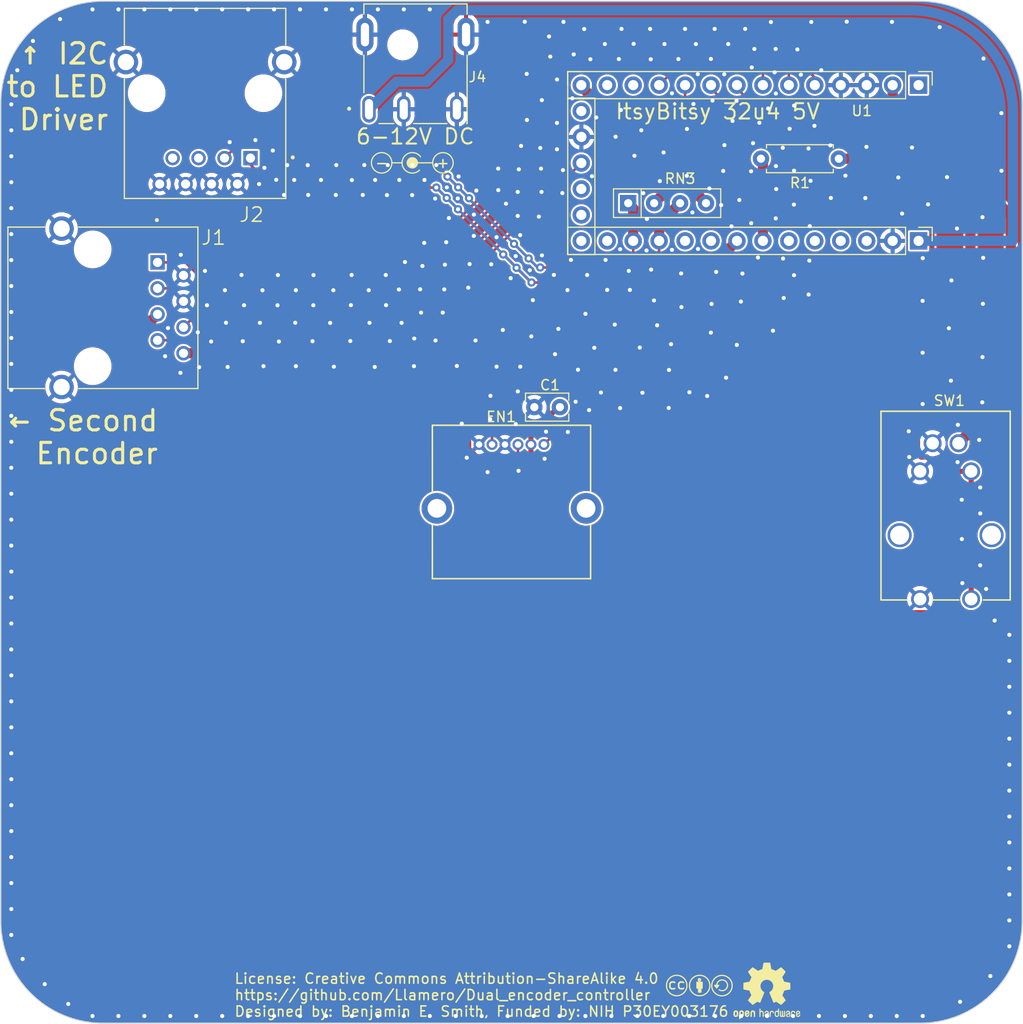
<source format=kicad_pcb>
(kicad_pcb (version 20221018) (generator pcbnew)
  (layers (0 "F.Cu" signal) (31 "B.Cu" signal) (34 "B.Paste" user) (35 "F.Paste" user) (36 "B.SilkS" user "B.Silkscreen") (37 "F.SilkS" user "F.Silkscreen") (38 "B.Mask" user) (39 "F.Mask" user) (44 "Edge.Cuts" user))
  (net 0 "")
  (net 1 "/B1")
  (net 2 "+5V")
  (net 3 "/EN_SW1")
  (net 4 "GND")
  (net 5 "/A1")
  (net 6 "Net-(R1-Pad1)")
  (net 7 "/LED1+")
  (net 8 "/SDA")
  (net 9 "/SCL")
  (net 10 "+3.3V")
  (net 11 "/SW1")
  (net 13 "/B2")
  (net 14 "/A2")
  (net 15 "/EN_SW2")
  (net 16 "/SW2")
  (net 25 "/LED2+")
  (net 32 "+9V")
  (footprint "Custom footprints:TENSILITY_54-00128-DC Jack" (layer "F.Cu") (at 155.6025 53.27 180)
    (fp_text reference "J4")
    (fp_text value "2.5x5.5 Barrel Jack")
  )
  (footprint "Custom Footprints:Creative_commons_license" (layer "F.Cu") (at 182.175 145.185)
    (fp_text reference "LOGO1" hide)
    (fp_text value "CC license")
  )
  (footprint "Custom footprints:EM14R0B-M25-L064S" (layer "F.Cu") (at 168.175 93.3739 180)
    (fp_text reference "EN1")
    (fp_text value "EM14 Encoder" hide)
  )
  (footprint "Custom footprints:B3J-3300" (layer "F.Cu") (at 205.000001 108.5)
    (fp_text reference "SW1")
    (fp_text value "B3J-3300" hide)
  )
  (footprint "Custom Footprints:Polarity_Center_Positive" (layer "F.Cu") (at 155.29 59.813951)
    (fp_text reference "LOGO2" hide)
    (fp_text value "Jack Polarity" hide)
  )
  (footprint "Resistor_THT:R_Array_SIP4" (layer "F.Cu") (at 176.425 69.76)
    (fp_text reference "RN3")
    (fp_text value "470")
  )
  (footprint "Custom footprints:Itsy Bitsy 32u4" (layer "F.Cu") (at 208.155 60.01 -90)
    (fp_text reference "U1")
    (fp_text value "Itsy_Bitsy_32u4")
  )
  (footprint "Custom footprints:ASSMANN_A-2004-2-4-LPS-N-R" (layer "F.Cu") (at 135 59 180)
    (fp_text reference "J2")
    (fp_text value "8P8C_Shielded" hide)
  )
  (footprint "Resistor_THT:R_Axial_DIN0207_L6.3mm_D2.5mm_P7.62mm_Horizontal" (layer "F.Cu") (at 197.045 65.41 180)
    (fp_text reference "R1")
    (fp_text value "150")
  )
  (footprint "Symbol:OSHW-Logo2_7.3x6mm_SilkScreen" (layer "F.Cu") (at 190 146.84)
    (fp_text reference "LOGO3" hide)
    (fp_text value "OSHW Logo" hide)
  )
  (footprint "Custom footprints:ASSMANN_A-2004-2-4-LPS-N-R" (layer "F.Cu") (at 124 80 -90)
    (fp_text reference "J1")
    (fp_text value "8P8C_Shielded" hide)
  )
  (footprint "Capacitor_THT:C_Rect_L4.0mm_W2.5mm_P2.50mm" (layer "F.Cu") (at 167.24 89.72)
    (fp_text reference "C1")
    (fp_text value "C_Small")
  )
  (gr_arc (start 115 60) (mid 117.928932 52.928932) (end 125 50) (stroke (width 0.1)) (layer "Edge.Cuts"))
  (gr_line (start 115 140) (end 115 60) (stroke (width 0.1)) (layer "Edge.Cuts"))
  (gr_line (start 125 50) (end 205 50) (stroke (width 0.1)) (layer "Edge.Cuts"))
  (gr_line (start 205 150) (end 125 150) (stroke (width 0.1)) (layer "Edge.Cuts"))
  (gr_arc (start 125 150) (mid 117.928932 147.071068) (end 115 140) (stroke (width 0.1)) (layer "Edge.Cuts"))
  (gr_line (start 215 60) (end 215 140) (stroke (width 0.1)) (layer "Edge.Cuts"))
  (gr_arc (start 215 140) (mid 212.071068 147.071068) (end 205 150) (stroke (width 0.1)) (layer "Edge.Cuts"))
  (gr_arc (start 205 50) (mid 212.071068 52.928932) (end 215 60) (stroke (width 0.1)) (layer "Edge.Cuts"))
  (gr_text "ItsyBitsy 32u4 5V" (at 175.06 61.67) (layer "F.SilkS") (effects (font (size 1.5 1.5) (thickness 0.2)) (justify left bottom)))
  (gr_text "6-12V DC" (at 149.66 64.12) (layer "F.SilkS") (effects (font (size 1.5 1.5) (thickness 0.2)) (justify left bottom)))
  (gr_text "← Second\nEncoder" (at 130.56 95.43) (layer "F.SilkS") (effects (font (size 2 2) (thickness 0.3)) (justify right bottom)))
  (gr_text "↑ I2C\nto LED\nDriver" (at 125.69 62.75) (layer "F.SilkS") (effects (font (size 2 2) (thickness 0.3)) (justify right bottom)))
  (gr_text "License: Creative Commons Attribution-ShareAlike 4.0\nhttps://github.com/Llamero/Dual_encoder_controller\nDesigned by: Benjamin E. Smith, Funded by: NIH P30EY003176" (at 137.805 147.245) (layer "F.SilkS") (effects (font (size 1 1)) (justify left)))
  (segment (start 187.075 58.535) (end 187.075 58.21) (width 0.25) (layer "F.Cu") (net 1))
  (segment (start 193.405 78.355) (end 193.405 64.865) (width 0.25) (layer "F.Cu") (net 1))
  (segment (start 168.175 93.3739) (end 172.5089 89.04) (width 0.25) (layer "F.Cu") (net 1))
  (segment (start 172.5089 89.04) (end 182.72 89.04) (width 0.25) (layer "F.Cu") (net 1))
  (segment (start 182.72 89.04) (end 193.405 78.355) (width 0.25) (layer "F.Cu") (net 1))
  (segment (start 193.405 64.865) (end 187.075 58.535) (width 0.25) (layer "F.Cu") (net 1))
  (segment (start 187.075 58.21) (end 187.075 58.635) (width 0.25) (layer "F.Cu") (net 1))
  (segment (start 141.78 97.21) (end 166.905 97.21) (width 1) (layer "F.Cu") (net 2))
  (segment (start 213.8811 107.1189) (end 213.8811 70.978181) (width 1) (layer "F.Cu") (net 2))
  (segment (start 202.315 59.412081) (end 202.315 58.21) (width 1) (layer "F.Cu") (net 2))
  (segment (start 166.905 99.905) (end 177.0763 110.0763) (width 1) (layer "F.Cu") (net 2))
  (segment (start 166.905 92.392918) (end 169.577918 89.72) (width 0.5) (layer "F.Cu") (net 2))
  (segment (start 213.8811 70.978181) (end 202.315 59.412081) (width 1) (layer "F.Cu") (net 2))
  (segment (start 128.6 82.385) (end 128.585 82.385) (width 1) (layer "F.Cu") (net 2))
  (segment (start 130.35 80.635) (end 128.6 82.385) (width 1) (layer "F.Cu") (net 2))
  (segment (start 166.905 93.3739) (end 166.905 94.695) (width 0.5) (layer "F.Cu") (net 2))
  (segment (start 128.14 82.83) (end 128.14 83.57) (width 1) (layer "F.Cu") (net 2))
  (segment (start 166.905 94.695) (end 166.905 97.21) (width 1) (layer "F.Cu") (net 2))
  (segment (start 210.9237 110.0763) (end 213.8811 107.1189) (width 1) (layer "F.Cu") (net 2))
  (segment (start 166.905 97.21) (end 166.905 99.905) (width 1) (layer "F.Cu") (net 2))
  (segment (start 128.585 82.385) (end 128.14 82.83) (width 1) (layer "F.Cu") (net 2))
  (segment (start 177.0763 110.0763) (end 210.9237 110.0763) (width 1) (layer "F.Cu") (net 2))
  (segment (start 166.905 93.3739) (end 166.905 92.392918) (width 0.5) (layer "F.Cu") (net 2))
  (segment (start 169.577918 89.72) (end 169.74 89.72) (width 0.5) (layer "F.Cu") (net 2))
  (segment (start 128.14 83.57) (end 141.78 97.21) (width 1) (layer "F.Cu") (net 2))
  (segment (start 186.49 70.88) (end 186.49 65.77) (width 0.25) (layer "F.Cu") (net 3))
  (segment (start 188.33 74.28) (end 188.33 72.72) (width 0.25) (layer "F.Cu") (net 3))
  (segment (start 160.9285 93.745243) (end 160.9285 91.8315) (width 0.25) (layer "F.Cu") (net 3))
  (segment (start 180.16 82.45) (end 188.33 74.28) (width 0.25) (layer "F.Cu") (net 3))
  (segment (start 181.995 61.275) (end 181.995 58.21) (width 0.25) (layer "F.Cu") (net 3))
  (segment (start 165.635 93.3739) (end 165.635 94.605) (width 0.25) (layer "F.Cu") (net 3))
  (segment (start 165.635 94.605) (end 165.12 95.12) (width 0.25) (layer "F.Cu") (net 3))
  (segment (start 160.9285 91.8315) (end 170.31 82.45) (width 0.25) (layer "F.Cu") (net 3))
  (segment (start 165.12 95.12) (end 162.303257 95.12) (width 0.25) (layer "F.Cu") (net 3))
  (segment (start 188.33 72.72) (end 186.49 70.88) (width 0.25) (layer "F.Cu") (net 3))
  (segment (start 170.31 82.45) (end 180.16 82.45) (width 0.25) (layer "F.Cu") (net 3))
  (segment (start 162.303257 95.12) (end 160.9285 93.745243) (width 0.25) (layer "F.Cu") (net 3))
  (segment (start 186.49 65.77) (end 181.995 61.275) (width 0.25) (layer "F.Cu") (net 3))
  (via (at 145.52 83.27) (size 0.8) (drill 0.4) (layers "F.Cu" "B.Cu") (net 4))
  (via (at 116.03 100.73) (size 0.8) (drill 0.4) (layers "F.Cu" "B.Cu") (net 4))
  (via (at 143.73 67.49) (size 0.8) (drill 0.4) (layers "F.Cu" "B.Cu") (net 4))
  (via (at 211.11 84.82) (size 0.8) (drill 0.4) (layers "F.Cu" "B.Cu") (net 4))
  (via (at 134.14 149.3) (size 0.8) (drill 0.4) (layers "F.Cu" "B.Cu") (net 4))
  (via (at 194.66 62.19) (size 0.8) (drill 0.4) (layers "F.Cu" "B.Cu") (net 4))
  (via (at 116.03 93.11) (size 0.8) (drill 0.4) (layers "F.Cu" "B.Cu") (net 4))
  (via (at 177.9 68.78) (size 0.8) (drill 0.4) (layers "F.Cu" "B.Cu") (net 4))
  (via (at 170.82 75.31) (size 0.8) (drill 0.4) (layers "F.Cu" "B.Cu") (net 4))
  (via (at 197.64 149.3) (size 0.8) (drill 0.4) (layers "F.Cu" "B.Cu") (net 4))
  (via (at 117.14 143.72) (size 0.8) (drill 0.4) (layers "F.Cu" "B.Cu") (net 4))
  (via (at 174.78 149.3) (size 0.8) (drill 0.4) (layers "F.Cu" "B.Cu") (net 4))
  (via (at 151.92 149.3) (size 0.8) (drill 0.4) (layers "F.Cu" "B.Cu") (net 4))
  (via (at 190.76 56.96) (size 0.8) (drill 0.4) (layers "F.Cu" "B.Cu") (net 4))
  (via (at 116.03 103.27) (size 0.8) (drill 0.4) (layers "F.Cu" "B.Cu") (net 4))
  (via (at 116.03 136.29) (size 0.8) (drill 0.4) (layers "F.Cu" "B.Cu") (net 4))
  (via (at 116.03 70.25) (size 0.8) (drill 0.4) (layers "F.Cu" "B.Cu") (net 4))
  (via (at 210.89 105.2) (size 0.8) (drill 0.4) (layers "F.Cu" "B.Cu") (net 4))
  (via (at 164.15 82.17) (size 0.8) (drill 0.4) (layers "F.Cu" "B.Cu") (net 4))
  (via (at 208.7 91.45) (size 0.8) (drill 0.4) (layers "F.Cu" "B.Cu") (net 4))
  (via (at 163.02 75.74) (size 0.8) (drill 0.4) (layers "F.Cu" "B.Cu") (net 4))
  (via (at 178.63 55.68) (size 0.8) (drill 0.4) (layers "F.Cu" "B.Cu") (net 4))
  (via (at 167.97 59.68) (size 0.8) (drill 0.4) (layers "F.Cu" "B.Cu") (net 4))
  (via (at 116.03 133.75) (size 0.8) (drill 0.4) (layers "F.Cu" "B.Cu") (net 4))
  (via (at 167.98 74.87) (size 0.8) (drill 0.4) (layers "F.Cu" "B.Cu") (net 4))
  (via (at 192.66 76.81) (size 0.8) (drill 0.4) (layers "F.Cu" "B.Cu") (net 4))
  (via (at 152.88 66.03) (size 0.8) (drill 0.4) (layers "F.Cu" "B.Cu") (net 4))
  (via (at 147.8 68.96) (size 0.8) (drill 0.4) (layers "F.Cu" "B.Cu") (net 4))
  (via (at 169.45 61.91) (size 0.8) (drill 0.4) (layers "F.Cu" "B.Cu") (net 4))
  (via (at 175.77 52.71) (size 0.8) (drill 0.4) (layers "F.Cu" "B.Cu") (net 4))
  (via (at 154.02 67.49) (size 0.8) (drill 0.4) (layers "F.Cu" "B.Cu") (net 4))
  (via (at 163.54 73.09) (size 0.8) (drill 0.4) (layers "F.Cu" "B.Cu") (net 4))
  (via (at 131.09 84.74) (size 0.8) (drill 0.4) (layers "F.Cu" "B.Cu") (net 4))
  (via (at 157.56 83.2) (size 0.8) (drill 0.4) (layers "F.Cu" "B.Cu") (net 4))
  (via (at 156.15 80.47) (size 0.8) (drill 0.4) (layers "F.Cu" "B.Cu") (net 4))
  (via (at 144.3 50.8) (size 0.8) (drill 0.4) (layers "F.Cu" "B.Cu") (net 4))
  (via (at 141.97 67.47) (size 0.8) (drill 0.4) (layers "F.Cu" "B.Cu") (net 4))
  (via (at 178.22 74.39) (size 0.8) (drill 0.4) (layers "F.Cu" "B.Cu") (net 4))
  (via (at 149.35 76.79) (size 0.8) (drill 0.4) (layers "F.Cu" "B.Cu") (net 4))
  (via (at 157.53 69.31) (size 0.8) (drill 0.4) (layers "F.Cu" "B.Cu") (net 4))
  (via (at 199.75 64.25) (size 0.8) (drill 0.4) (layers "F.Cu" "B.Cu") (net 4))
  (via (at 134.42 85.81) (size 0.8) (drill 0.4) (layers "F.Cu" "B.Cu") (net 4))
  (via (at 213.74 117.08) (size 0.8) (drill 0.4) (layers "F.Cu" "B.Cu") (net 4))
  (via (at 180.71 74.33) (size 0.8) (drill 0.4) (layers "F.Cu" "B.Cu") (net 4))
  (via (at 131.6 50.8) (size 0.8) (drill 0.4) (layers "F.Cu" "B.Cu") (net 4))
  (via (at 202.25 52.02) (size 0.8) (drill 0.4) (layers "F.Cu" "B.Cu") (net 4))
  (via (at 146.35 67.49) (size 0.8) (drill 0.4) (layers "F.Cu" "B.Cu") (net 4))
  (via (at 211.15 79.61) (size 0.8) (drill 0.4) (layers "F.Cu" "B.Cu") (net 4))
  (via (at 166.94 82.8) (size 0.8) (drill 0.4) (layers "F.Cu" "B.Cu") (net 4))
  (via (at 211.88 145.39) (size 0.8) (drill 0.4) (layers "F.Cu" "B.Cu") (net 4))
  (via (at 184.89 52.71) (size 0.8) (drill 0.4) (layers "F.Cu" "B.Cu") (net 4))
  (via (at 158.42 78.2) (size 0.8) (drill 0.4) (layers "F.Cu" "B.Cu") (net 4))
  (via (at 126.52 149.3) (size 0.8) (drill 0.4) (layers "F.Cu" "B.Cu") (net 4))
  (via (at 175.51 55.66) (size 0.8) (drill 0.4) (layers "F.Cu" "B.Cu") (net 4))
  (via (at 169.7 149.3) (size 0.8) (drill 0.4) (layers "F.Cu" "B.Cu") (net 4))
  (via (at 116.03 115.97) (size 0.8) (drill 0.4) (layers "F.Cu" "B.Cu") (net 4))
  (via (at 140.29 67.89) (size 0.8) (drill 0.4) (layers "F.Cu" "B.Cu") (net 4))
  (via (at 139.22 50.8) (size 0.8) (drill 0.4) (layers "F.Cu" "B.Cu") (net 4))
  (via (at 211.47 107.51) (size 0.8) (drill 0.4) (layers "F.Cu" "B.Cu") (net 4))
  (via (at 208.92 147.91) (size 0.8) (drill 0.4) (layers "F.Cu" "B.Cu") (net 4))
  (via (at 213.74 139.94) (size 0.8) (drill 0.4) (layers "F.Cu" "B.Cu") (net 4))
  (via (at 161.56 68.53) (size 0.8) (drill 0.4) (layers "F.Cu" "B.Cu") (net 4))
  (via (at 177.82 88.31) (size 0.8) (drill 0.4) (layers "F.Cu" "B.Cu") (net 4))
  (via (at 138.69 83.27) (size 0.8) (drill 0.4) (layers "F.Cu" "B.Cu") (net 4))
  (via (at 184.52 82.43) (size 0.8) (drill 0.4) (layers "F.Cu" "B.Cu") (net 4))
  (via (at 116.03 105.81) (size 0.8) (drill 0.4) (layers "F.Cu" "B.Cu") (net 4))
  (via (at 159.74 69.3) (size 0.8) (drill 0.4) (layers "F.Cu" "B.Cu") (net 4))
  (via (at 123.98 149.3) (size 0.8) (drill 0.4) (layers "F.Cu" "B.Cu") (net 4))
  (via (at 175.64 74.27) (size 0.8) (drill 0.4) (layers "F.Cu" "B.Cu") (net 4))
  (via (at 116.03 65.17) (size 0.8) (drill 0.4) (layers "F.Cu" "B.Cu") (net 4))
  (via (at 145.05 66.04) (size 0.8) (drill 0.4) (layers "F.Cu" "B.Cu") (net 4))
  (via (at 165.85 72.89) (size 0.8) (drill 0.4) (layers "F.Cu" "B.Cu") (net 4))
  (via (at 186.54 72.03) (size 0.8) (drill 0.4) (layers "F.Cu" "B.Cu") (net 4))
  (via (at 154.24 81.47) (size 0.8) (drill 0.4) (layers "F.Cu" "B.Cu") (net 4))
  (via (at 202.72 149.3) (size 0.8) (drill 0.4) (layers "F.Cu" "B.Cu") (net 4))
  (via (at 193.33 57.19) (size 0.8) (drill 0.4) (layers "F.Cu" "B.Cu") (net 4))
  (via (at 181.34 55.66) (size 0.8) (drill 0.4) (layers "F.Cu" "B.Cu") (net 4))
  (via (at 170.09 52.02) (size 0.8) (drill 0.4) (layers "F.Cu" "B.Cu") (net 4))
  (via (at 168.38 92.12) (size 0.8) (drill 0.4) (layers "F.Cu" "B.Cu") (net 4))
  (via (at 185.53 69.95) (size 0.8) (drill 0.4) (layers "F.Cu" "B.Cu") (net 4))
  (via (at 184.59 79.62) (size 0.8) (drill 0.4) (layers "F.Cu" "B.Cu") (net 4))
  (via (at 137.05 81.46) (size 0.8) (drill 0.4) (layers "F.Cu" "B.Cu") (net 4))
  (via (at 187.48 149.3) (size 0.8) (drill 0.4) (layers "F.Cu" "B.Cu") (net 4))
  (via (at 165.69 95.95) (size 0.8) (drill 0.4) (layers "F.Cu" "B.Cu") (net 4))
  (via (at 140.72 85.71) (size 0.8) (drill 0.4) (layers "F.Cu" "B.Cu") (net 4))
  (via (at 192.99 54.72) (size 0.8) (drill 0.4) (layers "F.Cu" "B.Cu") (net 4))
  (via (at 203.94 94.6) (size 0.8) (drill 0.4) (layers "F.Cu" "B.Cu") (net 4))
  (via (at 205.78 69.88) (size 0.8) (drill 0.4) (layers "F.Cu" "B.Cu") (net 4))
  (via (at 167.09 79.25) (size 0.8) (drill 0.4) (layers "F.Cu" "B.Cu") (net 4))
  (via (at 155.48 83.01) (size 0.8) (drill 0.4) (layers "F.Cu" "B.Cu") (net 4))
  (via (at 146.84 149.3) (size 0.8) (drill 0.4) (layers "F.Cu" "B.Cu") (net 4))
  (via (at 134.99 76.39) (size 0.8) (drill 0.4) (layers "F.Cu" "B.Cu") (net 4))
  (via (at 160.62 94.67) (size 0.8) (drill 0.4) (layers "F.Cu" "B.Cu") (net 4))
  (via (at 210.89 97.58) (size 0.8) (drill 0.4) (layers "F.Cu" "B.Cu") (net 4))
  (via (at 116.03 138.83) (size 0.8) (drill 0.4) (layers "F.Cu" "B.Cu") (net 4))
  (via (at 116.03 82.95) (size 0.8) (drill 0.4) (layers "F.Cu" "B.Cu") (net 4))
  (via (at 172.41 76.79) (size 0.8) (drill 0.4) (layers "F.Cu" "B.Cu") (net 4))
  (via (at 184.94 149.3) (size 0.8) (drill 0.4) (layers "F.Cu" "B.Cu") (net 4))
  (via (at 167.82 64.36) (size 0.8) (drill 0.4) (layers "F.Cu" "B.Cu") (net 4))
  (via (at 176.96 54.17) (size 0.8) (drill 0.4) (layers "F.Cu" "B.Cu") (net 4))
  (via (at 189.27 61.89) (size 0.8) (drill 0.4) (layers "F.Cu" "B.Cu") (net 4))
  (via (at 162.66 52.02) (size 0.8) (drill 0.4) (layers "F.Cu" "B.Cu") (net 4))
  (via (at 158.61 73.58) (size 0.8) (drill 0.4) (layers "F.Cu" "B.Cu") (net 4))
  (via (at 141.63 64.61) (size 0.8) (drill 0.4) (layers "F.Cu" "B.Cu") (net 4))
  (via (at 123.98 50.8) (size 0.8) (drill 0.4) (layers "F.Cu" "B.Cu") (net 4))
  (via (at 160.9 75.72) (size 0.8) (drill 0.4) (layers "F.Cu" "B.Cu") (net 4))
  (via (at 164.46 69.81) (size 0.8) (drill 0.4) (layers "F.Cu" "B.Cu") (net 4))
  (via (at 194.16 75.38) (size 0.8) (drill 0.4) (layers "F.Cu" "B.Cu") (net 4))
  (via (at 192.65 69.9) (size 0.8) (drill 0.4) (layers "F.Cu" "B.Cu") (net 4))
  (via (at 179.89 64.8) (size 0.8) (drill 0.4) (layers "F.Cu" "B.Cu") (net 4))
  (via (at 176.59 78.25) (size 0.8) (drill 0.4) (layers "F.Cu" "B.Cu") (net 4))
  (via (at 173.76 88.29) (size 0.8) (drill 0.4) (layers "F.Cu" "B.Cu") (net 4))
  (via (at 197.82 52) (size 0.8) (drill 0.4) (layers "F.Cu" "B.Cu") (net 4))
  (via (at 149.38 149.3) (size 0.8) (drill 0.4) (layers "F.Cu" "B.Cu") (net 4))
  (via (at 209.09 102.63) (size 0.8) (drill 0.4) (layers "F.Cu" "B.Cu") (net 4))
  (via (at 184.68 59.72) (size 0.8) (drill 0.4) (layers "F.Cu" "B.Cu") (net 4))
  (via (at 159.65 85.69) (size 0.8) (drill 0.4) (layers "F.Cu" "B.Cu") (net 4))
  (via (at 182.81 60.06) (size 0.8) (drill 0.4) (layers "F.Cu" "B.Cu") (net 4))
  (via (at 165.62 88.18) (size 0.8) (drill 0.4) (layers "F.Cu" "B.Cu") (net 4))
  (via (at 194.35 52.03) (size 0.8) (drill 0.4) (layers "F.Cu" "B.Cu") (net 4))
  (via (at 155.28 68.97) (size 0.8) (drill 0.4) (layers "F.Cu" "B.Cu") (net 4))
  (via (at 157.64 66.03) (size 0.8) (drill 0.4) (layers "F.Cu" "B.Cu") (net 4))
  (via (at 167.16 149.3) (size 0.8) (drill 0.4) (layers "F.Cu" "B.Cu") (net 4))
  (via (at 171.09 55.2) (size 0.8) (drill 0.4) (layers "F.Cu" "B.Cu") (net 4))
  (via (at 116.03 88.03) (size 0.8) (drill 0.4) (layers "F.Cu" "B.Cu") (net 4))
  (via (at 187.61 76.65) (size 0.8) (drill 0.4) (layers "F.Cu" "B.Cu") (net 4))
  (via (at 205.25 79.32) (size 0.8) (drill 0.4) (layers "F.Cu" "B.Cu") (net 4))
  (via (at 171.51 86.06) (size 0.8) (drill 0.4) (layers "F.Cu" "B.Cu") (net 4))
  (via (at 139.93 63.59) (size 0.8) (drill 0.4) (layers "F.Cu" "B.Cu") (net 4))
  (via (at 145.1 68.96) (size 0.8) (drill 0.4) (layers "F.Cu" "B.Cu") (net 4))
  (via (at 152.69 76.79) (size 0.8) (drill 0.4) (layers "F.Cu" "B.Cu") (net 4))
  (via (at 191.65 79.04) (size 0.8) (drill 0.4) (layers "F.Cu" "B.Cu") (net 4))
  (via (at 192.23 62.48) (size 0.8) (drill 0.4) (layers "F.Cu" "B.Cu") (net 4))
  (via (at 166.51 61.62) (size 0.8) (drill 0.4) (layers "F.Cu" "B.Cu") (net 4))
  (via (at 212.3 110.6) (size 0.8) (drill 0.4) (layers "F.Cu" "B.Cu") (net 4))
  (via (at 168.24 94.77) (size 0.8) (drill 0.4) (layers "F.Cu" "B.Cu") (net 4))
  (via (at 152.72 79.74) (size 0.8) (drill 0.4) (layers "F.Cu" "B.Cu") (net 4))
  (via (at 185.73 66.61) (size 0.8) (drill 0.4) (layers "F.Cu" "B.Cu") (net 4))
  (via (at 159.82 67.15) (size 0.8) (drill 0.4) (layers "F.Cu" "B.Cu") (net 4))
  (via (at 116.03 98.19) (size 0.8) (drill 0.4) (layers "F.Cu" "B.Cu") (net 4))
  (via (at 191.56 64.34) (size 0.8) (drill 0.4) (layers "F.Cu" "B.Cu") (net 4))
  (via (at 151.61 85.79) (size 0.8) (drill 0.4) (layers "F.Cu" "B.Cu") (net 4))
  (via (at 165.86 85.76) (size 0.8) (drill 0.4) (layers "F.Cu" "B.Cu") (net 4))
  (via (at 172.72 55.68) (size 0.8) (drill 0.4) (layers "F.Cu" "B.Cu") (net 4))
  (via (at 213.74 137.4) (size 0.8) (drill 0.4) (layers "F.Cu" "B.Cu") (net 4))
  (via (at 116.03 90.57) (size 0.8) (drill 0.4) (layers "F.Cu" "B.Cu") (net 4))
  (via (at 150.59 66.03) (size 0.8) (drill 0.4) (layers "F.Cu" "B.Cu") (net 4))
  (via (at 188.47 71.72) (size 0.8) (drill 0.4) (layers "F.Cu" "B.Cu") (net 4))
  (via (at 171.28 89.19) (size 0.8) (drill 0.4) (layers "F.Cu" "B.Cu") (net 4))
  (via (at 116.03 131.21) (size 0.8) (drill 0.4) (layers "F.Cu" "B.Cu") (net 4))
  (via (at 140.81 66.3) (size 0.8) (drill 0.4) (layers "F.Cu" "B.Cu") (net 4))
  (via (at 172.88 67.12) (size 0.8) (drill 0.4) (layers "F.Cu" "B.Cu") (net 4))
  (via (at 181.61 76.64) (size 0.8) (drill 0.4) (layers "F.Cu" "B.Cu") (net 4))
  (via (at 142.13 76.8) (size 0.8) (drill 0.4) (layers "F.Cu" "B.Cu") (net 4))
  (via (at 172.24 149.3) (size 0.8) (drill 0.4) (layers "F.Cu" "B.Cu") (net 4))
  (via (at 188.46 66.64) (size 0.8) (drill 0.4) (layers "F.Cu" "B.Cu") (net 4))
  (via (at 155.45 85.71) (size 0.8) (drill 0.4) (layers "F.Cu" "B.Cu") (net 4))
  (via (at 185.85 64.08) (size 0.8) (drill 0.4) (layers "F.Cu" "B.Cu") (net 4))
  (via (at 212.97 66.59) (size 0.8) (drill 0.4) (layers "F.Cu" "B.Cu") (net 4))
  (via (at 161.31 72.96) (size 0.8) (drill 0.4) (layers "F.Cu" "B.Cu") (net 4))
  (via (at 168.68 53.45) (size 0.8) (drill 0.4) (layers "F.Cu" "B.Cu") (net 4))
  (via (at 172.6 90.01) (size 0.8) (drill 0.4) (layers "F.Cu" "B.Cu") (net 4))
  (via (at 186.64 61.71) (size 0.8) (drill 0.4) (layers "F.Cu" "B.Cu") (net 4))
  (via (at 199.64 69.26) (size 0.8) (drill 0.4) (layers "F.Cu" "B.Cu") (net 4))
  (via (at 192.67 60.21) (size 0.8) (drill 0.4) (layers "F.Cu" "B.Cu") (net 4))
  (via (at 190.88 59.03) (size 0.8) (drill 0.4) (layers "F.Cu" "B.Cu") (net 4))
  (via (at 202.87 67.25) (size 0.8) (drill 0.4) (layers "F.Cu" "B.Cu") (net 4))
  (via (at 209.08 98.78) (size 0.8) (drill 0.4) (layers "F.Cu" "B.Cu") (net 4))
  (via (at 143.89 78.28) (size 0.8) (drill 0.4) (layers "F.Cu" "B.Cu") (net 4))
  (via (at 137.21 85.79) (size 0.8) (drill 0.4) (layers "F.Cu" "B.Cu") (net 4))
  (via (at 138.82 79.75) (size 0.8) (drill 0.4) (layers "F.Cu" "B.Cu") (net 4))
  (via (at 159.54 149.3) (size 0.8) (drill 0.4) (layers "F.Cu" "B.Cu") (net 4))
  (via (at 178.67 76.26) (size 0.8) (drill 0.4) (layers "F.Cu" "B.Cu") (net 4))
  (via (at 206.92 52.54) (size 0.8) (drill 0.4) (layers "F.Cu" "B.Cu") (net 4))
  (via (at 205.26 149.3) (size 0.8) (drill 0.4) (layers "F.Cu" "B.Cu") (net 4))
  (via (at 188.78 54.67) (size 0.8) (drill 0.4) (layers "F.Cu" "B.Cu") (net 4))
  (via (at 186.22 54.19) (size 0.8) (drill 0.4) (layers "F.Cu" "B.Cu") (net 4))
  (via (at 187.31 69.45) (size 0.8) (drill 0.4) (layers "F.Cu" "B.Cu") (net 4))
  (via (at 207.82 82) (size 0.8) (drill 0.4) (layers "F.Cu" "B.Cu") (net 4))
  (via (at 157 149.3) (size 0.8) (drill 0.4) (layers "F.Cu" "B.Cu") (net 4))
  (via (at 196.27 69.25) (size 0.8) (drill 0.4) (layers "F.Cu" "B.Cu") (net 4))
  (via (at 167.94 68.66) (size 0.8) (drill 0.4) (layers "F.Cu" "B.Cu") (net 4))
  (via (at 160.77 78.03) (size 0.8) (drill 0.4) (layers "F.Cu" "B.Cu") (net 4))
  (via (at 180.62 83.56) (size 0.8) (drill 0.4) (layers "F.Cu" "B.Cu") (net 4))
  (via (at 205.25 89.42) (size 0.8) (drill 0.4) (layers "F.Cu" "B.Cu") (net 4))
  (via (at 116.03 85.49) (size 0.8) (drill 0.4) (layers "F.Cu" "B.Cu") (net 4))
  (via (at 194.28 67.57) (size 0.8) (drill 0.4) (layers "F.Cu" "B.Cu") (net 4))
  (via (at 190.87 71.25) (size 0.8) (drill 0.4) (layers "F.Cu" "B.Cu") (net 4))
  (via (at 126.52 50.8) (size 0.8) (drill 0.4) (layers "F.Cu" "B.Cu") (net 4))
  (via (at 170.48 78.27) (size 0.8) (drill 0.4) (layers "F.Cu" "B.Cu") (net 4))
  (via (at 197.69 67.07) (size 0.8) (drill 0.4) (layers "F.Cu" "B.Cu") (net 4))
  (via (at 158.27 80.47) (size 0.8) (drill 0.4) (layers "F.Cu" "B.Cu") (net 4))
  (via (at 162.66 96.08) (size 0.8) (drill 0.4) (layers "F.Cu" "B.Cu") (net 4))
  (via (at 135.6 83.3) (size 0.8) (drill 0.4) (layers "F.Cu" "B.Cu") (net 4))
  (via (at 190.4 52.04) (size 0.8) (drill 0.4) (layers "F.Cu" "B.Cu") (net 4))
  (via (at 174.14 54.19) (size 0.8) (drill 0.4) (layers "F.Cu" "B.Cu") (net 4))
  (via (at 169.45 64.49) (size 0.8) (drill 0.4) (layers "F.Cu" "B.Cu") (net 4))
  (via (at 139.22 149.3) (size 0.8) (drill 0.4) (layers "F.Cu" "B.Cu") (net 4))
  (via (at 116.03 123.59) (size 0.8) (drill 0.4) (layers "F.Cu" "B.Cu") (net 4))
  (via (at 211.18 75.11) (size 0.8) (drill 0.4) (layers "F.Cu" "B.Cu") (net 4))
  (via (at 213.74 124.7) (size 0.8) (drill 0.4) (layers "F.Cu" "B.Cu") (net 4))
  (via (at 154.57 75.52) (size 0.8) (drill 0.4) (layers "F.Cu" "B.Cu") (net 4))
  (via (at 166.79 76.32) (size 0.8) (drill 0.4) (layers "F.Cu" "B.Cu") (net 4))
  (via (at 129.06 149.3) (size 0.8) (drill 0.4) (layers "F.Cu" "B.Cu") (net 4))
  (via (at 211.21 55.61) (size 0.8) (drill 0.4) (layers "F.Cu" "B.Cu") (net 4))
  (via (at 156.46 73.65) (size 0.8) (drill 0.4) (layers "F.Cu" "B.Cu") (net 4))
  (via (at 143.05 66.04) (size 0.8) (drill 0.4) (layers "F.Cu" "B.Cu") (net 4))
  (via (at 143.89 85.71) (size 0.8) (drill 0.4) (layers "F.Cu" "B.Cu") (net 4))
  (via (at 179.98 54.19) (size 0.8) (drill 0.4) (layers "F.Cu" "B.Cu") (net 4))
  (via (at 210.89 100.12) (size 0.8) (drill 0.4) (layers "F.Cu" "B.Cu") (net 4))
  (via (at 131.37 81.98) (size 0.8) (drill 0.4) (layers "F.Cu" "B.Cu") (net 4))
  (via (at 175.11 81.64) (size 0.8) (drill 0.4) (layers "F.Cu" "B.Cu") (net 4))
  (via (at 184.16 88.63) (size 0.8) (drill 0.4) (layers "F.Cu" "B.Cu") (net 4))
  (via (at 213.74 129.78) (size 0.8) (drill 0.4) (layers "F.Cu" "B.Cu") (net 4))
  (via (at 169.59 82.06) (size 0.8) (drill 0.4) (layers "F.Cu" "B.Cu") (net 4))
  (via (at 147.56 78.28) (size 0.8) (drill 0.4) (layers "F.Cu" "B.Cu") (net 4))
  (via (at 166.3 52.01) (size 0.8) (drill 0.4) (layers "F.Cu" "B.Cu") (net 4))
  (via (at 149.38 50.8) (size 0.8) (drill 0.4) (layers "F.Cu" "B.Cu") (net 4))
  (via (at 116.03 80.41) (size 0.8) (drill 0.4) (layers "F.Cu" "B.Cu") (net 4))
  (via (at 145.62 76.8) (size 0.8) (drill 0.4) (layers "F.Cu" "B.Cu") (net 4))
  (via (at 185.04 76.49) (size 0.8) (drill 0.4) (layers "F.Cu" "B.Cu") (net 4))
  (via (at 154.46 50.8) (size 0.8) (drill 0.4) (layers "F.Cu" "B.Cu") (net 4))
  (via (at 212.96 60.95) (size 0.8) (drill 0.4) (layers "F.Cu" "B.Cu") (net 4))
  (via (at 170.52 92.15) (size 0.8) (drill 0.4) (layers "F.Cu" "B.Cu") (net 4))
  (via (at 210.79 92.93) (size 0.8) (drill 0.4) (layers "F.Cu" "B.Cu") (net 4))
  (via (at 116.03 60.09) (size 0.8) (drill 0.4) (layers "F.Cu" "B.Cu") (net 4))
  (via (at 187.03 59.75) (size 0.8) (drill 0.4) (layers "F.Cu" "B.Cu") (net 4))
  (via (at 169.46 57.66) (size 0.8) (drill 0.4) (layers "F.Cu" "B.Cu") (net 4))
  (via (at 169.15 76.78) (size 0.8) (drill 0.4) (layers "F.Cu" "B.Cu") (net 4))
  (via (at 165.61 71.01) (size 0.8) (drill 0.4) (layers "F.Cu" "B.Cu") (net 4))
  (via (at 116.03 108.35) (size 0.8) (drill 0.4) (layers "F.Cu" "B.Cu") (net 4))
  (via (at 179.26 81.71) (size 0.8) (drill 0.4) (layers "F.Cu" "B.Cu") (net 4))
  (via (at 165.42 91.38) (size 0.8) (drill 0.4) (layers "F.Cu" "B.Cu") (net 4))
  (via (at 179.52 67.6) (size 0.8) (drill 0.4) (layers "F.Cu" "B.Cu") (net 4))
  (via (at 149.22 83.25) (size 0.8) (drill 0.4) (layers "F.Cu" "B.Cu") (net 4))
  (via (at 175.64 89.81) (size 0.8) (drill 0.4) (layers "F.Cu" "B.Cu") (net 4))
  (via (at 187.06 83.63) (size 0.8) (drill 0.4) (layers "F.Cu" "B.Cu") (net 4))
  (via (at 195.1 149.3) (size 0.8) (drill 0.4) (layers "F.Cu" "B.Cu") (net 4))
  (via (at 188.65 63.89) (size 0.8) (drill 0.4) (layers "F.Cu" "B.Cu") (net 4))
  (via (at 209.14 106.94) (size 0.8) (drill 0.4) (layers "F.Cu" "B.Cu") (net 4))
  (via (at 161.48 83.2) (size 0.8) (drill 0.4) (layers "F.Cu" "B.Cu") (net 4))
  (via (at 163.7 66.38) (size 0.8) (drill 0.4) (layers "F.Cu" "B.Cu") (net 4))
  (via (at 194.2 72.01) (size 0.8) (drill 0.4) (layers "F.Cu" "B.Cu") (net 4))
  (via (at 161.32 70.88) (size 0.8) (drill 0.4) (layers "F.Cu" "B.Cu") (net 4))
  (via (at 158.67 68.22) (size 0.8) (drill 0.4) (layers "F.Cu" "B.Cu") (net 4))
  (via (at 134.14 50.8) (size 0.8) (drill 0.4) (layers "F.Cu" "B.Cu") (net 4))
  (via (at 172.24 80.59) (size 0.8) (drill 0.4) (layers "F.Cu" "B.Cu") (net 4))
  (via (at 177.71 62.63) (size 0.8) (drill 0.4) (layers "F.Cu" "B.Cu") (net 4))
  (via (at 213.74 142.48) (size 0.8) (drill 0.4) (layers "F.Cu" "B.Cu") (net 4))
  (via (at 141.76 149.3) (size 0.8) (drill 0.4) (layers "F.Cu" "B.Cu") (net 4))
  (via (at 145.6 79.75) (size 0.8) (drill 0.4) (layers "F.Cu" "B.Cu") (net 4))
  (via (at 205.26 75.14) (size 0.8) (drill 0.4) (layers "F.Cu" "B.Cu") (net 4))
  (via (at 173.3 61.37) (size 0.8) (drill 0.4) (layers "F.Cu" "B.Cu") (net 4))
  (via (at 116.03 113.43) (size 0.8) (drill 0.4) (layers "F.Cu" "B.Cu") (net 4))
  (via (at 147.25 81.48) (size 0.8) (drill 0.4) (layers "F.Cu" "B.Cu") (net 4))
  (via (at 182.4 149.3) (size 0.8) (drill 0.4) (layers "F.Cu" "B.Cu") (net 4))
  (via (at 196.22 64.11) (size 0.8) (drill 0.4) (layers "F.Cu" "B.Cu") (net 4))
  (via (at 213.74 122.16) (size 0.8) (drill 0.4) (layers "F.Cu" "B.Cu") (net 4))
  (via (at 177.32 149.3) (size 0.8) (drill 0.4) (layers "F.Cu" "B.Cu") (net 4))
  (via (at 142.23 83.3) (size 0.8) (drill 0.4) (layers "F.Cu" "B.Cu") (net 4))
  (via (at 169.98 68.77) (size 0.8) (drill 0.4) (layers "F.Cu" "B.Cu") (net 4))
  (via (at 195.33 56.75) (size 0.8) (drill 0.4) (layers "F.Cu" "B.Cu") (net 4))
  (via (at 137.41 63.79) (size 0.8) (drill 0.4) (layers "F.Cu" "B.Cu") (net 4))
  (via (at 190.92 68.38) (size 0.8) (drill 0.4) (layers "F.Cu" "B.Cu") (net 4))
  (via (at 153.09 83.25) (size 0.8) (drill 0.4) (layers "F.Cu" "B.Cu") (net 4))
  (via (at 203.24 70.78) (size 0.8) (drill 0.4) (layers "F.Cu" "B.Cu") (net 4))
  (via (at 136.68 50.8) (size 0.8) (drill 0.4) (layers "F.Cu" "B.Cu") (net 4))
  (via (at 140.62 78.28) (size 0.8) (drill 0.4) (layers "F.Cu" "B.Cu") (net 4))
  (via (at 189.13 75.08) (size 0.8) (drill 0.4) (layers "F.Cu" "B.Cu") (net 4))
  (via (at 147.61 85.76) (size 0.8) (drill 0.4) (layers "F.Cu" "B.Cu") (net 4))
  (via (at 119.3 146.18) (size 0.8) (drill 0.4) (layers "F.Cu" "B.Cu") (net 4))
  (via (at 162.91 90.9) (size 0.8) (drill 0.4) (layers "F.Cu" "B.Cu") (net 4))
  (via (at 175.18 86.07) (size 0.8) (drill 0.4) (layers "F.Cu" "B.Cu") (net 4))
  (via (at 116.03 67.71) (size 0.8) (drill 0.4) (layers "F.Cu" "B.Cu") (net 4))
  (via (at 163.54 85.76) (size 0.8) (drill 0.4) (layers "F.Cu" "B.Cu") (net 4))
  (via (at 179.86 149.3) (size 0.8) (drill 0.4) (layers "F.Cu" "B.Cu") (net 4))
  (via (at 172.12 52.72) (size 0.8) (drill 0.4) (layers "F.Cu" "B.Cu") (net 4))
  (via (at 168.8 55.42) (size 0.8) (drill 0.4) (layers "F.Cu" "B.Cu") (net 4))
  (via (at 160.13 91.33) (size 0.8) (drill 0.4) (layers "F.Cu" "B.Cu") (net 4))
  (via (at 116.03 141.37) (size 0.8) (drill 0.4) (layers "F.Cu" "B.Cu") (net 4))
  (via (at 192.56 149.3) (size 0.8) (drill 0.4) (layers "F.Cu" "B.Cu") (net 4))
  (via (at 176.48 76.39) (size 0.8) (drill 0.4) (layers "F.Cu" "B.Cu") (net 4))
  (via (at 149.28 79.74) (size 0.8) (drill 0.4) (layers "F.Cu" "B.Cu") (net 4))
  (via (at 180.39 89.8) (size 0.8) (drill 0.4) (layers "F.Cu" "B.Cu") (net 4))
  (via (at 167.89 66.38) (size 0.8) (drill 0.4) (layers "F.Cu" "B.Cu") (net 4))
  (via (at 165.41 74.94) (size 0.8) (drill 0.4) (layers "F.Cu" "B.Cu") (net 4))
  (via (at 190.89 66.13) (size 0.8) (drill 0.4) (layers "F.Cu" "B.Cu") (net 4))
  (via (at 200.18 149.3) (size 0.8) (drill 0.4) (layers "F.Cu" "B.Cu") (net 4))
  (via (at 203.89 92.08) (size 0.8) (drill 0.4) (layers "F.Cu" "B.Cu") (net 4))
  (via (at 178.57 52.71) (size 0.8) (drill 0.4) (layers "F.Cu" "B.Cu") (net 4))
  (via (at 190.13 60.5) (size 0.8) (drill 0.4) (layers "F.Cu" "B.Cu") (net 4))
  (via (at 205.25 84.39) (size 0.8) (drill 0.4) (layers "F.Cu" "B.Cu") (net 4))
  (via (at 173.11 83.91) (size 0.8) (drill 0.4) (layers "F.Cu" "B.Cu") (net 4))
  (via (at 170.04 66.53) (size 0.8) (drill 0.4) (layers "F.Cu" "B.Cu") (net 4))
  (via (at 142.73 68.96) (size 0.8) (drill 0.4) (layers "F.Cu" "B.Cu") (net 4))
  (via (at 178.95 79.28) (size 0.8) (drill 0.4) (layers "F.Cu" "B.Cu") (net 4))
  (via (at 213.74 127.24) (size 0.8) (drill 0.4) (layers "F.Cu" "B.Cu") (net 4))
  (via (at 194.09 78.7) (size 0.8) (drill 0.4) (layers "F.Cu" "B.Cu") (net 4))
  (via (at 150.44 68.96) (size 0.8) (drill 0.4) (layers "F.Cu" "B.Cu") (net 4))
  (via (at 213.74 114.54) (size 0.8) (drill 0.4) (layers "F.Cu" "B.Cu") (net 4))
  (via (at 158.87 71.22) (size 0.8) (drill 0.4) (layers "F.Cu" "B.Cu") (net 4))
  (via (at 213.74 132.32) (size 0.8) (drill 0.4) (layers "F.Cu" "B.Cu") (net 4))
  (via (at 162.94 88.61) (size 0.8) (drill 0.4) (layers "F.Cu" "B.Cu") (net 4))
  (via (at 156.28 75.91) (size 0.8) (drill 0.4) (layers "F.Cu" "B.Cu") (net 4))
  (via (at 132.62 74.81) (size 0.8) (drill 0.4) (layers "F.Cu" "B.Cu") (net 4))
  (via (at 213.74 134.86) (size 0.8) (drill 0.4) (layers "F.Cu" "B.Cu") (net 4))
  (via (at 182.71 70.67) (size 0.8) (drill 0.4) (layers "F.Cu" "B.Cu") (net 4))
  (via (at 156.06 78.19) (size 0.8) (drill 0.4) (layers "F.Cu" "B.Cu") (net 4))
  (via (at 140.37 81.47) (size 0.8) (drill 0.4) (layers "F.Cu" "B.Cu") (net 4))
  (via (at 165.94 64.16) (size 0.8) (drill 0.4) (layers "F.Cu" "B.Cu") (net 4))
  (via (at 178.26 71.31) (size 0.8) (drill 0.4) (layers "F.Cu" "B.Cu") (net 4))
  (via (at 181.99 52.71) (size 0.8) (drill 0.4) (layers "F.Cu" "B.Cu") (net 4))
  (via (at 116.62 56.75) (size 0.8) (drill 0.4) (layers "F.Cu" "B.Cu") (net 4))
  (via (at 134.29 82.4) (size 0.8) (drill 0.4) (layers "F.Cu" "B.Cu") (net 4))
  (via (at 144.3 149.3) (size 0.8) (drill 0.4) (layers "F.Cu" "B.Cu") (net 4))
  (via (at 151.65 67.49) (size 0.8) (drill 0.4) (layers "F.Cu" "B.Cu") (net 4))
  (via (at 174.21 75.31) (size 0.8) (drill 0.4) (layers "F.Cu" "B.Cu") (net 4))
  (via (at 188.52 56.48) (size 0.8) (drill 0.4) (layers "F.Cu" "B.Cu") (net 4))
  (via (at 180.71 59.01) (size 0.8) (drill 0.4) (layers "F.Cu" "B.Cu") (net 4))
  (via (at 116.03 128.67) (size 0.8) (drill 0.4) (layers "F.Cu" "B.Cu") (net 4))
  (via (at 187.88 52.71) (size 0.8) (drill 0.4) (layers "F.Cu" "B.Cu") (net 4))
  (via (at 211.09 89.25) (size 0.8) (drill 0.4) (layers "F.Cu" "B.Cu") (net 4))
  (via (at 175.19 63.26) (size 0.8) (drill 0.4) (layers "F.Cu" "B.Cu") (net 4))
  (via (at 187.46 79.39) (size 0.8) (drill 0.4) (layers "F.Cu" "B.Cu") (net 4))
  (via (at 182.18 62.5) (size 0.8) (drill 0.4) (layers "F.Cu" "B.Cu") (net 4))
  (via (at 158.48 75.78) (size 0.8) (drill 0.4) (layers "F.Cu" "B.Cu") (net 4))
  (via (at 167.68 71.08) (size 0.8) (drill 0.4) (layers "F.Cu" "B.Cu") (net 4))
  (via (at 116.03 75.33) (size 0.8) (drill 0.4) (layers "F.Cu" "B.Cu") (net 4))
  (via (at 149.37 67.5) (size 0.8) (drill 0.4) (layers "F.Cu" "B.Cu") (net 4))
  (via (at 170.96 59.5) (size 0.8) (drill 0.4) (layers "F.Cu" "B.Cu") (net 4))
  (via (at 190.6 82.24) (size 0.8) (drill 0.4) (layers "F.Cu" "B.Cu") (net 4))
  (via (at 165.61 68.66) (size 0.8) (drill 0.4) (layers "F.Cu" "B.Cu") (net 4))
  (via (at 147.85 66.03) (size 0.8) (drill 0.4) (layers "F.Cu" "B.Cu") (net 4))
  (via (at 181.64 79.93) (size 0.8) (drill 0.4) (layers "F.Cu" "B.Cu") (net 4))
  (via (at 151.1 81.47) (size 0.8) (drill 0.4) (layers "F.Cu" "B.Cu") (net 4))
  (via (at 121.61 148.12) (size 0.8) (drill 0.4) (layers "F.Cu" "B.Cu") (net 4))
  (via (at 186.01 86.84) (size 0.8) (drill 0.4) (layers "F.Cu" "B.Cu") (net 4))
  (via (at 174.37 78.25) (size 0.8) (drill 0.4) (layers "F.Cu" "B.Cu") (net 4))
  (via (at 116.03 121.05) (size 0.8) (drill 0.4) (layers "F.Cu" "B.Cu") (net 4))
  (via (at 182.16 67.08) (size 0.8) (drill 0.4) (layers "F.Cu" "B.Cu") (net 4))
  (via (at 152.81 68.97) (size 0.8) (drill 0.4) (layers "F.Cu" "B.Cu") (net 4))
  (via (at 142.09 79.75) (size 0.8) (drill 0.4) (layers "F.Cu" "B.Cu") (net 4))
  (via (at 151.92 50.8) (size 0.8) (drill 0.4) (layers "F.Cu" "B.Cu") (net 4))
  (via (at 132.59 86.36) (size 0.8) (drill 0.4) (layers "F.Cu" "B.Cu") (net 4))
  (via (at 166.49 57.11) (size 0.8) (drill 0.4) (layers "F.Cu" "B.Cu") (net 4))
  (via (at 116.03 110.89) (size 0.8) (drill 0.4) (layers "F.Cu" "B.Cu") (net 4))
  (via (at 175.71 60.64) (size 0.8) (drill 0.4) (layers "F.Cu" "B.Cu") (net 4))
  (via (at 213.74 112) (size 0.8) (drill 0.4) (layers "F.Cu" "B.Cu") (net 4))
  (via (at 211.11 71.13) (size 0.8) (drill 0.4) (layers "F.Cu" "B.Cu") (net 4))
  (via (at 136.68 149.3) (size 0.8) (drill 0.4) (layers "F.Cu" "B.Cu") (net 4))
  (via (at 192.66 66.58) (size 0.8) (drill 0.4) (layers "F.Cu" "B.Cu") (net 4))
  (via (at 155.31 66.03) (size 0.8) (drill 0.4) (layers "F.Cu" "B.Cu") (net 4))
  (via (at 129.06 50.8) (size 0.8) (drill 0.4) (layers "F.Cu" "B.Cu") (net 4))
  (via (at 183.24 57.14) (size 0.8) (drill 0.4) (layers "F.Cu" "B.Cu") (net 4))
  (via (at 184.52 55.65) (size 0.8) (drill 0.4) (layers "F.Cu" "B.Cu") (net 4))
  (via (at 177.04 65.12) (size 0.8) (drill 0.4) (layers "F.Cu" "B.Cu") (net 4))
  (via (at 190.86 54.67) (size 0.8) (drill 0.4) (layers "F.Cu" "B.Cu") (net 4))
  (via (at 116.03 72.79) (size 0.8) (drill 0.4) (layers "F.Cu" "B.Cu") (net 4))
  (via (at 183.05 54.19) (size 0.8) (drill 0.4) (layers "F.Cu" "B.Cu") (net 4))
  (via (at 135.19 79.75) (size 0.8) (drill 0.4) (layers "F.Cu" "B.Cu") (net 4))
  (via (at 180.42 86.08) (size 0.8) (drill 0.4) (layers "F.Cu" "B.Cu") (net 4))
  (via (at 208.61 72.24) (size 0.8) (drill 0.4) (layers "F.Cu" "B.Cu") (net 4))
  (via (at 146.84 50.8) (size 0.8) (drill 0.4) (layers "F.Cu" "B.Cu") (net 4))
  (via (at 131.6 149.3) (size 0.8) (drill 0.4) (layers "F.Cu" "B.Cu") (net 4))
  (via (at 204.21 64.32) (size 0.8) (drill 0.4) (layers "F.Cu" "B.Cu") (net 4))
  (via (at 213.74 119.62) (size 0.8) (drill 0.4) (layers "F.Cu" "B.Cu") (net 4))
  (via (at 208.02 87.13) (size 0.8) (drill 0.4) (layers "F.Cu" "B.Cu") (net 4))
  (via (at 184.37 68.32) (size 0.8) (drill 0.4) (layers "F.Cu" "B.Cu") (net 4))
  (via (at 154.46 149.3) (size 0.8) (drill 0.4) (layers "F.Cu" "B.Cu") (net 4))
  (via (at 169.26 84.54) (size 0.8) (drill 0.4) (layers "F.Cu" "B.Cu") (net 4))
  (via (at 165.72 66.45) (size 0.8) (drill 0.4) (layers "F.Cu" "B.Cu") (net 4))
  (via (at 163.71 68.48) (size 0.8) (drill 0.4) (layers "F.Cu" "B.Cu") (net 4))
  (via (at 151.02 78.28) (size 0.8) (drill 0.4) (layers "F.Cu" "B.Cu") (net 4))
  (via (at 208.07 77.32) (size 0.8) (drill 0.4) (layers "F.Cu" "B.Cu") (net 4))
  (via (at 194.08 64.41) (size 0.8) (drill 0.4) (layers "F.Cu" "B.Cu") (net 4))
  (via (at 116.03 118.51) (size 0.8) (drill 0.4) (layers "F.Cu" "B.Cu") (net 4))
  (via (at 153.98 78.21) (size 0.8) (drill 0.4) (layers "F.Cu" "B.Cu") (net 4))
  (via (at 116.03 126.13) (size 0.8) (drill 0.4) (layers "F.Cu" "B.Cu") (net 4))
  (via (at 162.08 149.3) (size 0.8) (drill 0.4) (layers "F.Cu" "B.Cu") (net 4))
  (via (at 157 50.8) (size 0.8) (drill 0.4) (layers "F.Cu" "B.Cu") (net 4))
  (via (at 120.81 51.75) (size 0.8) (drill 0.4) (layers "F.Cu" "B.Cu") (net 4))
  (via (at 118.15 53.89) (size 0.8) (drill 0.4) (layers "F.Cu" "B.Cu") (net 4))
  (via (at 177.56 83.89) (size 0.8) (drill 0.4) (layers "F.Cu" "B.Cu") (net 4))
  (via (at 164.92 77.1) (size 0.8) (drill 0.4) (layers "F.Cu" "B.Cu") (net 4))
  (via (at 185.83 57.15) (size 0.8) (drill 0.4) (layers "F.Cu" "B.Cu") (net 4))
  (via (at 138.57 76.79) (size 0.8) (drill 0.4) (layers "F.Cu" "B.Cu") (net 4))
  (via (at 182.42 88.26) (size 0.8) (drill 0.4) (layers "F.Cu" "B.Cu") (net 4))
  (via (at 208.67 95.1) (size 0.8) (drill 0.4) (layers "F.Cu" "B.Cu") (net 4))
  (via (at 116.03 95.65) (size 0.8) (drill 0.4) (layers "F.Cu" "B.Cu") (net 4))
  (via (at 183.26 74.24) (size 0.8) (drill 0.4) (layers "F.Cu" "B.Cu") (net 4))
  (via (at 116.03 77.87) (size 0.8) (drill 0.4) (layers "F.Cu" "B.Cu") (net 4))
  (via (at 207.64 67.21) (size 0.8) (drill 0.4) (layers "F.Cu" "B.Cu") (net 4))
  (via (at 116.03 62.63) (size 0.8) (drill 0.4) (layers "F.Cu" "B.Cu") (net 4))
  (via (at 141.76 50.8) (size 0.8) (drill 0.4) (layers "F.Cu" "B.Cu") (net 4))
  (via (at 143.83 81.46) (size 0.8) (drill 0.4) (layers "F.Cu" "B.Cu") (net 4))
  (via (at 191.59 75.18) (size 0.8) (drill 0.4) (layers "F.Cu" "B.Cu") (net 4))
  (via (at 136.94 78.28) (size 0.8) (drill 0.4) (layers "F.Cu" "B.Cu") (net 4))
  (via (at 164.62 149.3) (size 0.8) (drill 0.4) (layers "F.Cu" "B.Cu") (net 4))
  (via (at 190.02 149.3) (size 0.8) (drill 0.4) (layers "F.Cu" "B.Cu") (net 4))
  (via (at 156.48 67.49) (size 0.8) (drill 0.4) (layers "F.Cu" "B.Cu") (net 4))
  (segment (start 166.345 88.435) (end 166.345 88.490305) (width 0.25) (layer "F.Cu") (net 5))
  (segment (start 166.345 88.490305) (end 163.095 91.740305) (width 0.25) (layer "F.Cu") (net 5))
  (segment (start 163.095 91.740305) (end 163.095 93.3739) (width 0.25) (layer "F.Cu") (net 5))
  (segment (start 191.84 71.75) (end 190.88 72.71) (width 0.25) (layer "F.Cu") (net 5))
  (segment (start 190.88 72.71) (end 190.88 74.85) (width 0.25) (layer "F.Cu") (net 5))
  (segment (start 169.48 85.3) (end 166.345 88.435) (width 0.25) (layer "F.Cu") (net 5))
  (segment (start 190.88 74.85) (end 180.43 85.3) (width 0.25) (layer "F.Cu") (net 5))
  (segment (start 180.43 85.3) (end 169.48 85.3) (width 0.25) (layer "F.Cu") (net 5))
  (segment (start 184.535 58.21) (end 184.535 58.525) (width 0.25) (layer "F.Cu") (net 5))
  (segment (start 184.535 58.525) (end 191.84 65.83) (width 0.25) (layer "F.Cu") (net 5))
  (segment (start 191.84 65.83) (end 191.84 71.75) (width 0.25) (layer "F.Cu") (net 5))
  (segment (start 209.93 71.645) (end 209.93 92.090001) (width 1) (layer "F.Cu") (net 6))
  (segment (start 203.695 65.41) (end 209.93 71.645) (width 1) (layer "F.Cu") (net 6))
  (segment (start 209.93 92.090001) (end 208.770001 93.25) (width 1) (layer "F.Cu") (net 6))
  (segment (start 203.695 65.41) (end 197.045 65.41) (width 1) (layer "F.Cu") (net 6))
  (segment (start 189.615 65.6) (end 189.425 65.41) (width 1) (layer "F.Cu") (net 7))
  (segment (start 189.615 73.45) (end 189.615 65.6) (width 1) (layer "F.Cu") (net 7))
  (segment (start 136.905 65.35) (end 137.934 64.321) (width 0.25) (layer "F.Cu") (net 8))
  (segment (start 176.915 74.895) (end 176.915 73.45) (width 0.25) (layer "F.Cu") (net 8))
  (segment (start 176.915 73.45) (end 176.915 70.25) (width 1) (layer "F.Cu") (net 8))
  (segment (start 142.75 66.76) (end 142.76 66.77) (width 0.25) (layer "F.Cu") (net 8))
  (segment (start 167.81 76.05) (end 175.77 76.05) (width 0.25) (layer "F.Cu") (net 8))
  (segment (start 137.934 64.321) (end 140.301 64.321) (width 0.25) (layer "F.Cu") (net 8))
  (segment (start 142.76 66.77) (end 143.424695 66.77) (width 0.25) (layer "F.Cu") (net 8))
  (segment (start 166.68 75.17) (end 165.25 73.74) (width 0.25) (layer "F.Cu") (net 8))
  (segment (start 158.335 66.765) (end 158.735 67.165) (width 0.25) (layer "F.Cu") (net 8))
  (segment (start 143.424695 66.77) (end 143.429695 66.765) (width 0.25) (layer "F.Cu") (net 8))
  (segment (start 160.845048 69.275048) (end 158.735 67.165) (width 0.25) (layer "F.Cu") (net 8))
  (segment (start 143.429695 66.765) (end 158.335 66.765) (width 0.25) (layer "F.Cu") (net 8))
  (segment (start 176.92 74.9) (end 176.915 74.895) (width 0.25) (layer "F.Cu") (net 8))
  (segment (start 167.56 76.05) (end 166.68 75.17) (width 0.25) (layer "F.Cu") (net 8))
  (segment (start 158.735 67.165) (end 159.78 68.21) (width 0.25) (layer "F.Cu") (net 8))
  (segment (start 175.77 76.05) (end 176.92 74.9) (width 0.25) (layer "F.Cu") (net 8))
  (segment (start 176.915 70.25) (end 176.425 69.76) (width 1) (layer "F.Cu") (net 8))
  (segment (start 140.301 64.321) (end 142.745 66.765) (width 0.25) (layer "F.Cu") (net 8))
  (segment (start 167.81 76.05) (end 167.56 76.05) (width 0.25) (layer "F.Cu") (net 8))
  (segment (start 142.745 66.765) (end 142.75 66.76) (width 0.25) (layer "F.Cu") (net 8))
  (via (at 166.68 75.17) (size 0.8) (drill 0.4) (layers "F.Cu" "B.Cu") (net 8))
  (via (at 160.845048 69.275048) (size 0.8) (drill 0.4) (layers "F.Cu" "B.Cu") (net 8))
  (via (at 159.78 68.21) (size 0.8) (drill 0.4) (layers "F.Cu" "B.Cu") (net 8))
  (via (at 165.25 73.74) (size 0.8) (drill 0.4) (layers "F.Cu" "B.Cu") (net 8))
  (via (at 158.735 67.165) (size 0.8) (drill 0.4) (layers "F.Cu" "B.Cu") (net 8))
  (via (at 167.81 76.05) (size 0.8) (drill 0.4) (layers "F.Cu" "B.Cu") (net 8))
  (segment (start 159.78 68.21) (end 160.845048 69.275048) (width 0.25) (layer "B.Cu") (net 8))
  (segment (start 159.78 68.21) (end 158.735 67.165) (width 0.25) (layer "B.Cu") (net 8))
  (segment (start 167.56 76.05) (end 167.81 76.05) (width 0.25) (layer "B.Cu") (net 8))
  (segment (start 167.56 76.05) (end 166.68 75.17) (width 0.25) (layer "B.Cu") (net 8))
  (segment (start 165.25 73.74) (end 166.68 75.17) (width 0.25) (layer "B.Cu") (net 8))
  (segment (start 165.25 73.74) (end 160.845048 69.335048) (width 0.25) (layer "B.Cu") (net 8))
  (segment (start 160.845048 69.335048) (end 160.845048 69.275048) (width 0.25) (layer "B.Cu") (net 8))
  (segment (start 141.68 68.23) (end 139.445 65.995) (width 0.25) (layer "F.Cu") (net 9))
  (segment (start 166.965 77.525) (end 166.96 77.52) (width 0.25) (layer "F.Cu") (net 9))
  (segment (start 166.93 77.52) (end 165.495 76.085) (width 0.25) (layer "F.Cu") (net 9))
  (segment (start 179.455 73.45) (end 179.455 74.449695) (width 0.25) (layer "F.Cu") (net 9))
  (segment (start 165.495 76.085) (end 164.19 74.78) (width 0.25) (layer "F.Cu") (net 9))
  (segment (start 139.445 65.995) (end 139.445 65.35) (width 0.25) (layer "F.Cu") (net 9))
  (segment (start 166.955 77.525) (end 166.935 77.525) (width 0.25) (layer "F.Cu") (net 9))
  (segment (start 159.765048 70.355048) (end 157.64 68.23) (width 0.25) (layer "F.Cu") (net 9))
  (segment (start 176.379695 77.525) (end 174.670305 77.525) (width 0.25) (layer "F.Cu") (net 9))
  (segment (start 170.405 77.525) (end 166.965 77.525) (width 0.25) (layer "F.Cu") (net 9))
  (segment (start 174.670305 77.525) (end 170.405 77.525) (width 0.25) (layer "F.Cu") (net 9))
  (segment (start 179.455 73.45) (end 179.455 71.81) (width 1) (layer "F.Cu") (net 9))
  (segment (start 157.64 68.23) (end 141.68 68.23) (width 0.25) (layer "F.Cu") (net 9))
  (segment (start 179.455 71.81) (end 181.505 69.76) (width 1) (layer "F.Cu") (net 9))
  (segment (start 179.455 74.449695) (end 176.379695 77.525) (width 0.25) (layer "F.Cu") (net 9))
  (segment (start 159.765048 70.355048) (end 158.66 69.25) (width 0.25) (layer "F.Cu") (net 9))
  (segment (start 166.96 77.52) (end 166.955 77.525) (width 0.25) (layer "F.Cu") (net 9))
  (segment (start 166.96 77.52) (end 166.93 77.52) (width 0.25) (layer "F.Cu") (net 9))
  (segment (start 166.935 77.525) (end 165.495 76.085) (width 0.25) (layer "F.Cu") (net 9))
  (via (at 164.19 74.78) (size 0.8) (drill 0.4) (layers "F.Cu" "B.Cu") (net 9))
  (via (at 166.96 77.52) (size 0.8) (drill 0.4) (layers "F.Cu" "B.Cu") (net 9))
  (via (at 158.66 69.25) (size 0.8) (drill 0.4) (layers "F.Cu" "B.Cu") (net 9))
  (via (at 165.495 76.085) (size 0.8) (drill 0.4) (layers "F.Cu" "B.Cu") (net 9))
  (via (at 159.765048 70.355048) (size 0.8) (drill 0.4) (layers "F.Cu" "B.Cu") (net 9))
  (via (at 157.64 68.23) (size 0.8) (drill 0.4) (layers "F.Cu" "B.Cu") (net 9))
  (segment (start 158.4 68.99) (end 158.66 69.25) (width 0.25) (layer "B.Cu") (net 9))
  (segment (start 166.96 77.52) (end 164.22 74.78) (width 0.25) (layer "B.Cu") (net 9))
  (segment (start 158.66 69.25) (end 157.64 68.23) (width 0.25) (layer "B.Cu") (net 9))
  (segment (start 158.66 69.25) (end 159.765048 70.355048) (width 0.25) (layer "B.Cu") (net 9))
  (segment (start 164.22 74.78) (end 164.19 74.78) (width 0.25) (layer "B.Cu") (net 9))
  (segment (start 164.19 74.78) (end 158.4 68.99) (width 0.25) (layer "B.Cu") (net 9))
  (segment (start 182.545 68.26) (end 184.045 69.76) (width 1) (layer "F.Cu") (net 10))
  (segment (start 181.25 68.26) (end 182.545 68.26) (width 1) (layer "F.Cu") (net 10))
  (segment (start 171.835 58.21) (end 171.835 58.345) (width 1) (layer "F.Cu") (net 10))
  (segment (start 171.835 58.345) (end 181.25 67.76) (width 1) (layer "F.Cu") (net 10))
  (segment (start 178.965 69.76) (end 180.465 68.26) (width 1) (layer "F.Cu") (net 10))
  (segment (start 181.25 67.76) (end 181.25 68.26) (width 1) (layer "F.Cu") (net 10))
  (segment (start 180.465 68.26) (end 181.25 68.26) (width 1) (layer "F.Cu") (net 10))
  (segment (start 205.1 94.6) (end 205.67 94.6) (width 0.5) (layer "F.Cu") (net 11))
  (segment (start 204.75 94.25) (end 205.1 94.6) (width 0.5) (layer "F.Cu") (net 11))
  (segment (start 202.125 68.38) (end 206.155 72.41) (width 0.5) (layer "F.Cu") (net 11))
  (segment (start 189.28 59.76) (end 188.34 58.82) (width 0.25) (layer "F.Cu") (net 11))
  (segment (start 210.000001 96) (end 210.000001 108.5) (width 0.5) (layer "F.Cu") (net 11))
  (segment (start 195.075 64.84) (end 195.075 66.88) (width 0.5) (layer "F.Cu") (net 11))
  (segment (start 206.155 90.955) (end 204.75 92.36) (width 0.5) (layer "F.Cu") (net 11))
  (segment (start 206.155 72.41) (end 206.155 90.955) (width 0.5) (layer "F.Cu") (net 11))
  (segment (start 205.67 94.6) (end 207.07 96) (width 0.5) (layer "F.Cu") (net 11))
  (segment (start 196.575 68.38) (end 202.125 68.38) (width 0.5) (layer "F.Cu") (net 11))
  (segment (start 187.33 56.4) (end 181.265 56.4) (width 0.25) (layer "F.Cu") (net 11))
  (segment (start 188.34 58.82) (end 188.34 57.41) (width 0.25) (layer "F.Cu") (net 11))
  (segment (start 190.74 59.76) (end 195.075 64.095) (width 0.25) (layer "F.Cu") (net 11))
  (segment (start 195.075 64.095) (end 195.075 64.84) (width 0.25) (layer "F.Cu") (net 11))
  (segment (start 207.07 96) (end 210.000001 96) (width 0.5) (layer "F.Cu") (net 11))
  (segment (start 188.34 57.41) (end 187.33 56.4) (width 0.25) (layer "F.Cu") (net 11))
  (segment (start 195.075 66.88) (end 196.575 68.38) (width 0.5) (layer "F.Cu") (net 11))
  (segment (start 189.28 59.76) (end 190.74 59.76) (width 0.25) (layer "F.Cu") (net 11))
  (segment (start 181.265 56.4) (end 179.455 58.21) (width 0.25) (layer "F.Cu") (net 11))
  (segment (start 204.75 92.36) (end 204.75 94.25) (width 0.5) (layer "F.Cu") (net 11))
  (segment (start 153.614695 77.55) (end 153.614695 77.53) (width 0.25) (layer "F.Cu") (net 13))
  (segment (start 153.614695 77.53) (end 167.25 63.894695) (width 0.25) (layer "F.Cu") (net 13))
  (segment (start 133.075226 75.555) (end 135.075226 77.555) (width 0.25) (layer "F.Cu") (net 13))
  (segment (start 167.245 59.980305) (end 167.245 55.949695) (width 0.25) (layer "F.Cu") (net 13))
  (segment (start 167.25 63.894695) (end 167.25 59.985305) (width 0.25) (layer "F.Cu") (net 13))
  (segment (start 189.205 51.985) (end 194.695 57.475) (width 0.25) (layer "F.Cu") (net 13))
  (segment (start 167.25 59.985305) (end 167.245 59.980305) (width 0.25) (layer "F.Cu") (net 13))
  (segment (start 135.075226 77.555) (end 135.080226 77.55) (width 0.25) (layer "F.Cu") (net 13))
  (segment (start 167.245 55.949695) (end 171.209695 51.985) (width 0.25) (layer "F.Cu") (net 13))
  (segment (start 130.35 75.555) (end 133.075226 75.555) (width 0.25) (layer "F.Cu") (net 13))
  (segment (start 171.209695 51.985) (end 189.205 51.985) (width 0.25) (layer "F.Cu") (net 13))
  (segment (start 135.080226 77.55) (end 153.614695 77.55) (width 0.25) (layer "F.Cu") (net 13))
  (segment (start 194.695 57.475) (end 194.695 58.21) (width 0.25) (layer "F.Cu") (net 13))
  (segment (start 130.35 78.095) (end 134.01 78.095) (width 0.25) (layer "F.Cu") (net 14))
  (segment (start 168.71 64.514695) (end 168.71 56.554695) (width 0.25) (layer "F.Cu") (net 14))
  (segment (start 134.95 79.015) (end 154.209695 79.015) (width 0.25) (layer "F.Cu") (net 14))
  (segment (start 154.209695 79.015) (end 168.71 64.514695) (width 0.25) (layer "F.Cu") (net 14))
  (segment (start 192.155 57.015) (end 192.155 58.21) (width 0.25) (layer "F.Cu") (net 14))
  (segment (start 171.819695 53.445) (end 188.585 53.445) (width 0.25) (layer "F.Cu") (net 14))
  (segment (start 188.585 53.445) (end 192.155 57.015) (width 0.25) (layer "F.Cu") (net 14))
  (segment (start 134.01 78.095) (end 134.94 79.025) (width 0.25) (layer "F.Cu") (net 14))
  (segment (start 134.94 79.025) (end 134.95 79.015) (width 0.25) (layer "F.Cu") (net 14))
  (segment (start 168.71 56.554695) (end 171.819695 53.445) (width 0.25) (layer "F.Cu") (net 14))
  (segment (start 134.315 80.48) (end 132.89 81.905) (width 0.25) (layer "F.Cu") (net 15))
  (segment (start 187.990305 54.925) (end 172.415 54.925) (width 0.25) (layer "F.Cu") (net 15))
  (segment (start 172.415 54.925) (end 170.19 57.15) (width 0.25) (layer "F.Cu") (net 15))
  (segment (start 189.615 56.549695) (end 187.990305 54.925) (width 0.25) (layer "F.Cu") (net 15))
  (segment (start 170.19 57.15) (end 170.19 65.11) (width 0.25) (layer "F.Cu") (net 15))
  (segment (start 170.19 65.11) (end 154.82 80.48) (width 0.25) (layer "F.Cu") (net 15))
  (segment (start 189.615 58.21) (end 189.615 56.549695) (width 0.25) (layer "F.Cu") (net 15))
  (segment (start 154.82 80.48) (end 134.315 80.48) (width 0.25) (layer "F.Cu") (net 15))
  (segment (start 170.59 67.09) (end 170.59 67.075) (width 0.25) (layer "F.Cu") (net 16))
  (segment (start 155.45 82.23) (end 170.59 67.09) (width 0.25) (layer "F.Cu") (net 16))
  (segment (start 135.644695 82.23) (end 155.45 82.23) (width 0.25) (layer "F.Cu") (net 16))
  (segment (start 170.59 67.075) (end 171.835 65.83) (width 0.25) (layer "F.Cu") (net 16))
  (segment (start 134.699695 83.175) (end 135.644695 82.23) (width 0.25) (layer "F.Cu") (net 16))
  (segment (start 130.35 83.175) (end 134.699695 83.175) (width 0.25) (layer "F.Cu") (net 16))
  (segment (start 163.535 84.445) (end 132.89 84.445) (width 1) (layer "F.Cu") (net 25))
  (segment (start 168.56 79.42) (end 163.535 84.445) (width 1) (layer "F.Cu") (net 25))
  (segment (start 181.16 75.35) (end 177.09 79.42) (width 1) (layer "F.Cu") (net 25))
  (segment (start 187.075 73.45) (end 185.175 75.35) (width 1) (layer "F.Cu") (net 25))
  (segment (start 177.09 79.42) (end 168.56 79.42) (width 1) (layer "F.Cu") (net 25))
  (segment (start 185.175 75.35) (end 181.16 75.35) (width 1) (layer "F.Cu") (net 25))
  (segment (start 153.7425 57.88) (end 151.0525 60.57) (width 1) (layer "B.Cu") (net 32))
  (segment (start 158.81 51.76) (end 158.81 55.75) (width 1) (layer "B.Cu") (net 32))
  (segment (start 214.05 73.45) (end 214.09 73.41) (width 1) (layer "B.Cu") (net 32))
  (segment (start 159.69 50.88) (end 158.81 51.76) (width 1) (layer "B.Cu") (net 32))
  (segment (start 158.81 55.75) (end 156.68 57.88) (width 1) (layer "B.Cu") (net 32))
  (segment (start 156.68 57.88) (end 153.7425 57.88) (width 1) (layer "B.Cu") (net 32))
  (segment (start 204.855 73.45) (end 214.05 73.45) (width 1) (layer "B.Cu") (net 32))
  (segment (start 214.09 73.41) (end 214.09 60.88) (width 1) (layer "B.Cu") (net 32))
  (segment (start 204.09 50.88) (end 159.69 50.88) (width 1) (layer "B.Cu") (net 32))
  (arc (start 214.09 60.88) (mid 211.161068 53.808932) (end 204.09 50.88) (width 1) (layer "B.Cu") (net 32))
  (zone (net 4) (net_name "GND") (layers "F&B.Cu") (connect_pads (clearance 0.15)) (min_thickness 0.15) (fill yes (thermal_gap 0.4) (thermal_bridge_width 0.4))
    (polygon (pts (xy 115 50) (xy 215 50) (xy 215 150) (xy 115 150)))
  )
)
</source>
